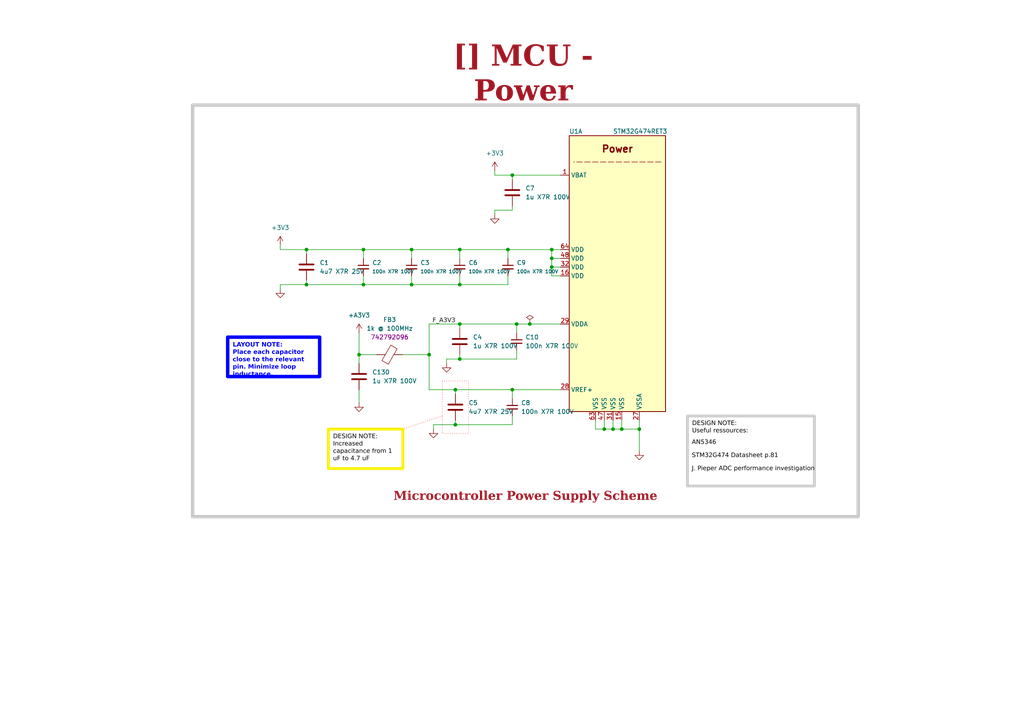
<source format=kicad_sch>
(kicad_sch (version 20230121) (generator eeschema)
  (paper "A4")
  (title_block (title "MCU - Power") (date "2023-10-14") (rev "${REVISION}") (company "${COMPANY}"))
  (lib_symbols
    (symbol "0_mcu:STM32G474RETx"
      (property "Reference" "U" (at -15.24 46.99 0))
      (property "Value" "STM32G474RETx" (at 0 46.99 0))
      (symbol "STM32G474RETx_1_1"
        (rectangle (start -13.97 33.02) (end 13.97 -46.99) (stroke (width 0.254)) (fill (type background)))
        (polyline (pts (xy 12.7 25.4) (xy -12.7 25.4)) (stroke (width 0) (type dash)))
        (text "Power" (at 0 29.21 0) (effects (font (size 2 2) bold)))
        (pin power_in line (at -16.51 21.59 0) (length 2.54) (name "VBAT") (number "1"))
        (pin power_in line (at 1.27 -49.53 90) (length 2.54) (name "VSS") (number "15"))
        (pin power_in line (at -16.51 -7.62 0) (length 2.54) (name "VDD") (number "16"))
        (pin power_in line (at 6.35 -49.53 90) (length 2.54) (name "VSSA") (number "27"))
        (pin input line (at -16.51 -40.64 0) (length 2.54) (name "VREF+") (number "28"))
        (pin power_in line (at -16.51 -21.59 0) (length 2.54) (name "VDDA") (number "29"))
        (pin power_in line (at -1.27 -49.53 90) (length 2.54) (name "VSS") (number "31"))
        (pin power_in line (at -16.51 -5.08 0) (length 2.54) (name "VDD") (number "32"))
        (pin power_in line (at -3.81 -49.53 90) (length 2.54) (name "VSS") (number "47"))
        (pin power_in line (at -16.51 -2.54 0) (length 2.54) (name "VDD") (number "48"))
        (pin power_in line (at -6.35 -49.53 90) (length 2.54) (name "VSS") (number "63"))
        (pin power_in line (at -16.51 0 0) (length 2.54) (name "VDD") (number "64"))
      )
      (symbol "STM32G474RETx_2_1"
        (rectangle (start -15.24 45.72) (end 15.24 -49.53) (fill (type background)))
        (polyline (pts (xy 13.97 38.1) (xy -13.97 38.1)) (stroke (width 0) (type dash)))
        (polyline (pts (xy -8.89 -6.35) (xy -7.62 -6.35) (xy -7.62 -46.99) (xy -8.89 -46.99)))
        (polyline (pts (xy -8.89 2.54) (xy -7.62 2.54) (xy -7.62 -2.54) (xy -8.89 -2.54)))
        (polyline (pts (xy -8.89 11.43) (xy -7.62 11.43) (xy -7.62 6.35) (xy -8.89 6.35)))
        (polyline (pts (xy -7.62 26.67) (xy -6.35 26.67) (xy -6.35 34.29) (xy -7.62 34.29)))
        (polyline (pts (xy 8.89 -6.35) (xy 7.62 -6.35) (xy 7.62 -46.99) (xy 8.89 -46.99)))
        (polyline (pts (xy 8.89 -1.27) (xy 7.62 -1.27) (xy 7.62 34.29) (xy 8.89 34.29)))
        (text "I/O" (at 0 41.91 0) (effects (font (size 2 2) bold)))
        (text "PORT A" (at 6.35 16.51 900) (effects (font (size 1.27 1.27)) (justify bottom)))
        (text "PORT B" (at 6.35 -26.67 900) (effects (font (size 1.27 1.27)) (justify bottom)))
        (text "PORT C" (at -6.35 -26.67 900) (effects (font (size 1.27 1.27)) (justify top)))
        (text "PORT D" (at -6.35 0 900) (effects (font (size 1.27 1.27)) (justify top)))
        (text "PORT F" (at -6.35 8.89 900) (effects (font (size 1.27 1.27)) (justify top)))
        (text "SWD" (at -5.08 30.48 900) (effects (font (size 1.27 1.27)) (justify top)))
        (pin bidirectional line (at -17.78 -12.7 0) (length 2.54) (name "PC2") (number "10"))
        (pin bidirectional line (at -17.78 -15.24 0) (length 2.54) (name "PC3") (number "11"))
        (pin bidirectional line (at 17.78 33.02 180) (length 2.54) (name "PA0") (number "12"))
        (pin bidirectional line (at 17.78 30.48 180) (length 2.54) (name "PA1") (number "13"))
        (pin bidirectional line (at 17.78 27.94 180) (length 2.54) (name "PA2") (number "14"))
        (pin bidirectional line (at 17.78 25.4 180) (length 2.54) (name "PA3") (number "17"))
        (pin bidirectional line (at 17.78 22.86 180) (length 2.54) (name "PA4") (number "18"))
        (pin bidirectional line (at 17.78 20.32 180) (length 2.54) (name "PA5") (number "19"))
        (pin bidirectional line (at -17.78 -40.64 0) (length 2.54) (name "PC13") (number "2"))
        (pin bidirectional line (at 17.78 17.78 180) (length 2.54) (name "PA6") (number "20"))
        (pin bidirectional line (at 17.78 15.24 180) (length 2.54) (name "PA7") (number "21"))
        (pin bidirectional line (at -17.78 -17.78 0) (length 2.54) (name "PC4") (number "22"))
        (pin bidirectional line (at -17.78 -20.32 0) (length 2.54) (name "PC5") (number "23"))
        (pin bidirectional line (at 17.78 -7.62 180) (length 2.54) (name "PB0") (number "24"))
        (pin bidirectional line (at 17.78 -10.16 180) (length 2.54) (name "PB1") (number "25"))
        (pin bidirectional line (at 17.78 -12.7 180) (length 2.54) (name "PB2") (number "26"))
        (pin bidirectional line (at -17.78 -43.18 0) (length 2.54) (name "PC14") (number "3"))
        (pin bidirectional line (at 17.78 -33.02 180) (length 2.54) (name "PB10") (number "30"))
        (pin bidirectional line (at 17.78 -35.56 180) (length 2.54) (name "PB11") (number "33"))
        (pin bidirectional line (at 17.78 -38.1 180) (length 2.54) (name "PB12") (number "34"))
        (pin bidirectional line (at 17.78 -40.64 180) (length 2.54) (name "PB13") (number "35"))
        (pin bidirectional line (at 17.78 -43.18 180) (length 2.54) (name "PB14") (number "36"))
        (pin bidirectional line (at 17.78 -45.72 180) (length 2.54) (name "PB15") (number "37"))
        (pin bidirectional line (at -17.78 -22.86 0) (length 2.54) (name "PC6") (number "38"))
        (pin bidirectional line (at -17.78 -25.4 0) (length 2.54) (name "PC7") (number "39"))
        (pin bidirectional line (at -17.78 -45.72 0) (length 2.54) (name "PC15") (number "4"))
        (pin bidirectional line (at -17.78 -27.94 0) (length 2.54) (name "PC8") (number "40"))
        (pin bidirectional line (at -17.78 -30.48 0) (length 2.54) (name "PC9") (number "41"))
        (pin bidirectional line (at 17.78 12.7 180) (length 2.54) (name "PA8") (number "42"))
        (pin bidirectional line (at 17.78 10.16 180) (length 2.54) (name "PA9") (number "43"))
        (pin bidirectional line (at 17.78 7.62 180) (length 2.54) (name "PA10") (number "44"))
        (pin bidirectional line (at 17.78 5.08 180) (length 2.54) (name "PA11") (number "45"))
        (pin bidirectional line (at 17.78 2.54 180) (length 2.54) (name "PA12") (number "46"))
        (pin bidirectional line (at -17.78 33.02 0) (length 2.54) (name "PA13") (number "49"))
        (pin bidirectional line (at -17.78 10.16 0) (length 2.54) (name "PF0") (number "5"))
        (pin bidirectional line (at -17.78 30.48 0) (length 2.54) (name "PA14") (number "50"))
        (pin bidirectional line (at 17.78 0 180) (length 2.54) (name "PA15") (number "51"))
        (pin bidirectional line (at -17.78 -33.02 0) (length 2.54) (name "PC10") (number "52"))
        (pin bidirectional line (at -17.78 -35.56 0) (length 2.54) (name "PC11") (number "53"))
        (pin bidirectional line (at -17.78 -38.1 0) (length 2.54) (name "PC12") (number "54"))
        (pin bidirectional line (at -17.78 0 0) (length 2.54) (name "PD2") (number "55"))
        (pin bidirectional line (at 17.78 -15.24 180) (length 2.54) (name "PB3") (number "56"))
        (pin bidirectional line (at 17.78 -17.78 180) (length 2.54) (name "PB4") (number "57"))
        (pin bidirectional line (at 17.78 -20.32 180) (length 2.54) (name "PB5") (number "58"))
        (pin bidirectional line (at 17.78 -22.86 180) (length 2.54) (name "PB6") (number "59"))
        (pin bidirectional line (at -17.78 7.62 0) (length 2.54) (name "PF1") (number "6"))
        (pin bidirectional line (at 17.78 -25.4 180) (length 2.54) (name "PB7") (number "60"))
        (pin bidirectional line (at 17.78 -27.94 180) (length 2.54) (name "PB8") (number "61"))
        (pin bidirectional line (at 17.78 -30.48 180) (length 2.54) (name "PB9") (number "62"))
        (pin bidirectional line (at -17.78 27.94 0) (length 2.54) (name "PG10") (number "7"))
        (pin bidirectional line (at -17.78 -7.62 0) (length 2.54) (name "PC0") (number "8"))
        (pin bidirectional line (at -17.78 -10.16 0) (length 2.54) (name "PC1") (number "9"))
      )
    )
    (symbol "0_power_symbols:+A3V3" (power) (pin_names (offset 0))
      (property "Value" "+A3V3" (at 0 3.556 0))
      (symbol "+A3V3_0_1"
        (polyline (pts (xy -0.762 1.27) (xy 0 2.54)))
        (polyline (pts (xy 0 0) (xy 0 2.54)))
        (polyline (pts (xy 0 2.54) (xy 0.762 1.27)))
      )
      (symbol "+A3V3_1_1"
        (pin power_in line (at 0 0 90) (length 0) hide (name "+A3V3") (number "1"))
      )
    )
    (symbol "Device:C" (pin_numbers hide) (pin_names (offset 0.254))
      (property "Reference" "C" (at 0.635 2.54 0))
      (property "Value" "C" (at 0.635 -2.54 0))
      (symbol "C_0_1"
        (polyline (pts (xy -2.032 -0.762) (xy 2.032 -0.762)) (stroke (width 0.508)))
        (polyline (pts (xy -2.032 0.762) (xy 2.032 0.762)) (stroke (width 0.508)))
      )
      (symbol "C_1_1"
        (pin passive line (at 0 3.81 270) (length 2.794) (name "~") (number "1"))
        (pin passive line (at 0 -3.81 90) (length 2.794) (name "~") (number "2"))
      )
    )
    (symbol "Device:C_Small" (pin_numbers hide) (pin_names (offset 0.254) hide)
      (property "Reference" "C" (at 0.254 1.778 0))
      (property "Value" "C_Small" (at 0.254 -2.032 0))
      (symbol "C_Small_0_1"
        (polyline (pts (xy -1.524 -0.508) (xy 1.524 -0.508)) (stroke (width 0.3302)))
        (polyline (pts (xy -1.524 0.508) (xy 1.524 0.508)) (stroke (width 0.3048)))
      )
      (symbol "C_Small_1_1"
        (pin passive line (at 0 2.54 270) (length 2.032) (name "~") (number "1"))
        (pin passive line (at 0 -2.54 90) (length 2.032) (name "~") (number "2"))
      )
    )
    (symbol "Device:FerriteBead" (pin_numbers hide) (pin_names (offset 0))
      (property "Reference" "FB" (at -3.81 0.635 90))
      (property "Value" "FerriteBead" (at 3.81 0 90))
      (symbol "FerriteBead_0_1"
        (polyline (pts (xy 0 -1.27) (xy 0 -1.2192)))
        (polyline (pts (xy 0 1.27) (xy 0 1.2954)))
        (polyline (pts (xy -2.7686 0.4064) (xy -1.7018 2.2606) (xy 2.7686 -0.3048) (xy 1.6764 -2.159) (xy -2.7686 0.4064)))
      )
      (symbol "FerriteBead_1_1"
        (pin passive line (at 0 3.81 270) (length 2.54) (name "~") (number "1"))
        (pin passive line (at 0 -3.81 90) (length 2.54) (name "~") (number "2"))
      )
    )
    (symbol "power:+3V3" (power) (pin_names (offset 0))
      (property "Value" "+3V3" (at 0 3.556 0))
      (symbol "+3V3_0_1"
        (polyline (pts (xy -0.762 1.27) (xy 0 2.54)))
        (polyline (pts (xy 0 0) (xy 0 2.54)))
        (polyline (pts (xy 0 2.54) (xy 0.762 1.27)))
      )
      (symbol "+3V3_1_1"
        (pin power_in line (at 0 0 90) (length 0) hide (name "+3V3") (number "1"))
      )
    )
    (symbol "power:GND" (power) (pin_names (offset 0))
      (property "Value" "GND" (at 0 -3.81 0))
      (symbol "GND_0_1"
        (polyline (pts (xy 0 0) (xy 0 -1.27) (xy 1.27 -1.27) (xy 0 -2.54) (xy -1.27 -1.27) (xy 0 -1.27)))
      )
      (symbol "GND_1_1"
        (pin power_in line (at 0 0 270) (length 0) hide (name "GND") (number "1"))
      )
    )
    (symbol "power:PWR_FLAG" (power) (pin_numbers hide) (pin_names (offset 0) hide)
      (property "Value" "PWR_FLAG" (at 0 3.81 0))
      (symbol "PWR_FLAG_0_0"
        (pin power_out line (at 0 0 90) (length 0) (name "pwr") (number "1"))
      )
      (symbol "PWR_FLAG_0_1"
        (polyline (pts (xy 0 0) (xy 0 1.27) (xy -1.016 1.905) (xy 0 2.54) (xy 1.016 1.905) (xy 0 1.27)))
      )
    )
  )
  (junction (at 175.26 124.46))
  (junction (at 160.02 74.93))
  (junction (at 133.35 104.14))
  (junction (at 105.41 72.39))
  (junction (at 132.08 113.03))
  (junction (at 148.59 50.8))
  (junction (at 104.14 102.87))
  (junction (at 160.02 72.39))
  (junction (at 133.35 72.39))
  (junction (at 133.35 93.98))
  (junction (at 132.08 123.19))
  (junction (at 148.59 113.03))
  (junction (at 119.38 82.55))
  (junction (at 177.8 124.46))
  (junction (at 105.41 82.55))
  (junction (at 147.32 72.39))
  (junction (at 88.9 82.55))
  (junction (at 88.9 72.39))
  (junction (at 119.38 72.39))
  (junction (at 149.86 93.98))
  (junction (at 124.46 102.87))
  (junction (at 153.67 93.98))
  (junction (at 180.34 124.46))
  (junction (at 133.35 82.55))
  (junction (at 185.42 124.46))
  (junction (at 160.02 77.47))
  (wire (pts (xy 119.38 82.55) (xy 133.35 82.55)))
  (wire (pts (xy 124.46 93.98) (xy 133.35 93.98)))
  (wire (pts (xy 177.8 124.46) (xy 177.8 121.92)))
  (wire (pts (xy 81.28 83.82) (xy 81.28 82.55)))
  (wire (pts (xy 104.14 102.87) (xy 104.14 105.41)))
  (wire (pts (xy 160.02 74.93) (xy 160.02 72.39)))
  (wire (pts (xy 148.59 50.8) (xy 148.59 52.07)))
  (wire (pts (xy 105.41 82.55) (xy 105.41 80.01)))
  (wire (pts (xy 185.42 124.46) (xy 185.42 121.92)))
  (wire (pts (xy 185.42 124.46) (xy 185.42 130.81)))
  (wire (pts (xy 162.56 74.93) (xy 160.02 74.93)))
  (wire (pts (xy 132.08 123.19) (xy 148.59 123.19)))
  (wire (pts (xy 143.51 49.53) (xy 143.51 50.8)))
  (wire (pts (xy 148.59 113.03) (xy 162.56 113.03)))
  (wire (pts (xy 162.56 77.47) (xy 160.02 77.47)))
  (wire (pts (xy 148.59 59.69) (xy 148.59 60.96)))
  (wire (pts (xy 149.86 93.98) (xy 153.67 93.98)))
  (wire (pts (xy 148.59 120.65) (xy 148.59 123.19)))
  (wire (pts (xy 133.35 104.14) (xy 149.86 104.14)))
  (wire (pts (xy 149.86 104.14) (xy 149.86 101.6)))
  (wire (pts (xy 147.32 80.01) (xy 147.32 82.55)))
  (wire (pts (xy 124.46 113.03) (xy 124.46 102.87)))
  (wire (pts (xy 132.08 121.92) (xy 132.08 123.19)))
  (wire (pts (xy 88.9 73.66) (xy 88.9 72.39)))
  (wire (pts (xy 143.51 60.96) (xy 143.51 62.23)))
  (wire (pts (xy 133.35 72.39) (xy 147.32 72.39)))
  (wire (pts (xy 153.67 93.98) (xy 162.56 93.98)))
  (wire (pts (xy 175.26 124.46) (xy 172.72 124.46)))
  (wire (pts (xy 172.72 121.92) (xy 172.72 124.46)))
  (wire (pts (xy 160.02 77.47) (xy 160.02 74.93)))
  (wire (pts (xy 119.38 82.55) (xy 119.38 80.01)))
  (wire (pts (xy 160.02 72.39) (xy 162.56 72.39)))
  (wire (pts (xy 119.38 72.39) (xy 119.38 74.93)))
  (wire (pts (xy 104.14 96.52) (xy 104.14 102.87)))
  (wire (pts (xy 125.73 123.19) (xy 125.73 124.46)))
  (wire (pts (xy 143.51 50.8) (xy 148.59 50.8)))
  (wire (pts (xy 177.8 124.46) (xy 175.26 124.46)))
  (wire (pts (xy 148.59 60.96) (xy 143.51 60.96)))
  (wire (pts (xy 133.35 82.55) (xy 133.35 80.01)))
  (wire (pts (xy 81.28 72.39) (xy 88.9 72.39)))
  (wire (pts (xy 133.35 93.98) (xy 133.35 95.25)))
  (wire (pts (xy 81.28 82.55) (xy 88.9 82.55)))
  (wire (pts (xy 180.34 124.46) (xy 185.42 124.46)))
  (wire (pts (xy 132.08 114.3) (xy 132.08 113.03)))
  (wire (pts (xy 133.35 102.87) (xy 133.35 104.14)))
  (wire (pts (xy 148.59 50.8) (xy 162.56 50.8)))
  (wire (pts (xy 175.26 124.46) (xy 175.26 121.92)))
  (wire (pts (xy 129.54 105.41) (xy 129.54 104.14)))
  (wire (pts (xy 88.9 81.28) (xy 88.9 82.55)))
  (wire (pts (xy 104.14 116.84) (xy 104.14 113.03)))
  (wire (pts (xy 162.56 80.01) (xy 160.02 80.01)))
  (wire (pts (xy 148.59 115.57) (xy 148.59 113.03)))
  (wire (pts (xy 81.28 71.12) (xy 81.28 72.39)))
  (wire (pts (xy 124.46 102.87) (xy 124.46 93.98)))
  (wire (pts (xy 104.14 102.87) (xy 109.22 102.87)))
  (wire (pts (xy 133.35 72.39) (xy 133.35 74.93)))
  (wire (pts (xy 88.9 82.55) (xy 105.41 82.55)))
  (wire (pts (xy 147.32 82.55) (xy 133.35 82.55)))
  (wire (pts (xy 180.34 124.46) (xy 177.8 124.46)))
  (wire (pts (xy 125.73 123.19) (xy 132.08 123.19)))
  (wire (pts (xy 129.54 104.14) (xy 133.35 104.14)))
  (wire (pts (xy 147.32 74.93) (xy 147.32 72.39)))
  (wire (pts (xy 132.08 113.03) (xy 148.59 113.03)))
  (wire (pts (xy 105.41 72.39) (xy 119.38 72.39)))
  (wire (pts (xy 124.46 113.03) (xy 132.08 113.03)))
  (polyline (pts (xy 128.27 120.65) (xy 116.84 124.46)) (stroke (width 0) (type dot) (color 255 0 0 1)))
  (wire (pts (xy 149.86 93.98) (xy 149.86 96.52)))
  (wire (pts (xy 160.02 80.01) (xy 160.02 77.47)))
  (wire (pts (xy 147.32 72.39) (xy 160.02 72.39)))
  (wire (pts (xy 105.41 72.39) (xy 105.41 74.93)))
  (wire (pts (xy 119.38 72.39) (xy 133.35 72.39)))
  (wire (pts (xy 180.34 124.46) (xy 180.34 121.92)))
  (wire (pts (xy 88.9 72.39) (xy 105.41 72.39)))
  (wire (pts (xy 105.41 82.55) (xy 119.38 82.55)))
  (wire (pts (xy 116.84 102.87) (xy 124.46 102.87)))
  (wire (pts (xy 133.35 93.98) (xy 149.86 93.98)))
  (rectangle (start 128.27 110.49) (end 135.89 125.73) (stroke (width 0) (type dot) (color 255 0 0 1)))
  (rectangle (start 55.88 30.48) (end 248.92 149.86) (stroke (width 1) (color 200 200 200 1)))
  (text_box "LAYOUT NOTE:\nPlace each capacitor close to the relevant pin. Minimize loop inductance." (at 66.04 97.79 0) (size 26.67 11.43) (stroke (width 1) (color 0 0 255 1)) (effects (font (size 1.27 1.27) (thickness 0.4) bold) (justify left top)))
  (text_box "DESIGN NOTE:\nUseful ressources:" (at 199.39 120.65 0) (size 36.83 20.32) (stroke (width 0.8) (color 200 200 200 1)) (effects (font (size 1.27 1.27)) (justify left top)))
  (text_box "[${#}] ${TITLE}" (at 115.57 15.24 0) (size 72.39 12.7) (stroke (width -0.0001)) (effects (font (size 6 6) (thickness 1.2) bold)))
  (text_box "Microcontroller Power Supply Scheme" (at 57.15 139.7 0) (size 190.5 7.62) (stroke (width -0.0001)) (effects (font (size 2.54 2.54) (thickness 0.508) bold) (justify bottom)))
  (text_box "DESIGN NOTE:\nIncreased capacitance from 1 uF to 4.7 uF" (at 95.25 124.46 0) (size 21.59 11.43) (stroke (width 0.8) (color 250 236 0 1)) (effects (font (size 1.27 1.27)) (justify left top)))
  (text "J. Pieper ADC performance investigation" (at 200.66 137.16 0) (effects (font (size 1.27 1.27)) (justify left bottom)))
  (text "STM32G474 Datasheet p.81" (at 200.66 133.35 0) (effects (font (size 1.27 1.27)) (justify left bottom)))
  (text "AN5346" (at 200.66 129.54 0) (effects (font (size 1.27 1.27)) (justify left bottom)))
  (label "F_A3V3" (at 132.08 93.98 180))
  (symbol (lib_id "Device:C_Small") (at 105.41 77.47 0) (unit 1)
    (property "Reference" "C2" (at 107.95 76.2063 0) (effects (justify left)))
    (property "Value" "100n X7R 100V" (at 107.95 78.7463 0) (effects (font (size 1 1)) (justify left)))
    (property "Footprint" "0_capacitor_smd:C_0402_1005_DensityHigh" (effects hide))
  )
  (symbol (lib_id "Device:C_Small") (at 149.86 99.06 0) (unit 1)
    (property "Reference" "C10" (at 152.4 97.7963 0) (effects (justify left)))
    (property "Value" "100n X7R 100V" (at 152.4 100.3363 0) (effects (justify left)))
    (property "Footprint" "0_capacitor_smd:C_0402_1005_DensityHigh" (effects hide))
  )
  (symbol (lib_id "Device:C_Small") (at 133.35 77.47 0) (unit 1)
    (property "Reference" "C6" (at 135.89 76.2063 0) (effects (justify left)))
    (property "Value" "100n X7R 100V" (at 135.89 78.7463 0) (effects (font (size 1 1)) (justify left)))
    (property "Footprint" "0_capacitor_smd:C_0402_1005_DensityHigh" (effects hide))
  )
  (symbol (lib_id "0_mcu:STM32G474RETx") (at 179.07 72.39 0) (unit 1)
    (property "Reference" "U1" (at 165.1 38.1 0) (effects (justify left)))
    (property "Value" "STM32G474RET3" (at 177.8 38.1 0) (effects (justify left)))
    (property "Footprint" "0_package_QFP:LQFP-64_10x10mm_P0.5mm" (effects hide))
    (property "Datasheet" "https://www.st.com/resource/en/datasheet/stm32g474re.pdf" (effects hide))
  )
  (symbol (lib_id "Device:C") (at 132.08 118.11 0) (unit 1)
    (property "Reference" "C5" (at 135.89 116.84 0) (effects (justify left)))
    (property "Value" "4u7 X7R 25V" (at 135.89 119.38 0) (effects (justify left)))
    (property "Footprint" "0_capacitor_smd:C_0402_1005_DensityHigh" (effects hide))
  )
  (symbol (lib_id "Device:FerriteBead") (at 113.03 102.87 90) (unit 1)
    (property "Reference" "FB3" (at 113.03 92.71 90))
    (property "Value" "1k @ 100MHz" (at 113.03 95.25 90))
    (property "Footprint" "0_resistor_smd:R_0805_2012_DensityHigh" (effects hide))
    (property "Manufacturer Part Number" "742792096" (at 113.03 97.79 90))
    (instances (project "bldc_controller" (path "" (reference "FB3") (unit 1)) (path "" (reference "FB4") (unit 1))))
  )
  (symbol (lib_id "0_power_symbols:+A3V3") (at 104.14 96.52 0) (unit 1)
    (property "Reference" "#PWR09" (effects hide))
    (property "Value" "+A3V3" (at 104.14 91.44 0))
  )
  (symbol (lib_id "Device:C") (at 133.35 99.06 0) (unit 1)
    (property "Reference" "C4" (at 137.16 97.79 0) (effects (justify left)))
    (property "Value" "1u X7R 100V" (at 137.16 100.33 0) (effects (justify left)))
    (property "Footprint" "0_capacitor_smd:C_0402_1005_DensityHigh" (effects hide))
  )
  (symbol (lib_id "power:+3V3") (at 81.28 71.12 0) (unit 1)
    (property "Reference" "#PWR07" (effects hide))
    (property "Value" "+3V3" (at 81.28 66.04 0))
  )
  (symbol (lib_id "power:GND") (at 125.73 124.46 0) (unit 1)
    (property "Reference" "#PWR012" (effects hide))
    (property "Value" "GND" (effects hide))
  )
  (symbol (lib_id "Device:C") (at 104.14 109.22 0) (unit 1)
    (property "Reference" "C130" (at 107.95 107.95 0) (effects (justify left)))
    (property "Value" "1u X7R 100V" (at 107.95 110.49 0) (effects (justify left)))
    (property "Footprint" "0_capacitor_smd:C_0402_1005_DensityHigh" (effects hide))
  )
  (symbol (lib_id "Device:C") (at 148.59 55.88 0) (unit 1)
    (property "Reference" "C7" (at 152.4 54.61 0) (effects (justify left)))
    (property "Value" "1u X7R 100V" (at 152.4 57.15 0) (effects (justify left)))
    (property "Footprint" "0_capacitor_smd:C_0402_1005_DensityHigh" (effects hide))
  )
  (symbol (lib_id "power:GND") (at 81.28 83.82 0) (unit 1)
    (property "Reference" "#PWR08" (effects hide))
    (property "Value" "GND" (effects hide))
  )
  (symbol (lib_id "power:+3V3") (at 143.51 49.53 0) (unit 1)
    (property "Reference" "#PWR013" (effects hide))
    (property "Value" "+3V3" (at 143.51 44.45 0))
  )
  (symbol (lib_id "Device:C_Small") (at 147.32 77.47 0) (unit 1)
    (property "Reference" "C9" (at 149.86 76.2063 0) (effects (justify left)))
    (property "Value" "100n X7R 100V" (at 149.86 78.7463 0) (effects (font (size 1 1)) (justify left)))
    (property "Footprint" "0_capacitor_smd:C_0402_1005_DensityHigh" (effects hide))
  )
  (symbol (lib_id "Device:C_Small") (at 148.59 118.11 0) (unit 1)
    (property "Reference" "C8" (at 151.13 116.8463 0) (effects (justify left)))
    (property "Value" "100n X7R 100V" (at 151.13 119.3863 0) (effects (justify left)))
    (property "Footprint" "0_capacitor_smd:C_0402_1005_DensityHigh" (effects hide))
  )
  (symbol (lib_id "power:GND") (at 185.42 130.81 0) (unit 1)
    (property "Reference" "#PWR015" (effects hide))
    (property "Value" "GND" (effects hide))
  )
  (symbol (lib_id "power:PWR_FLAG") (at 153.67 93.98 0) (unit 1)
    (property "Reference" "#FLG01" (effects hide))
    (property "Value" "PWR_FLAG" (effects hide))
    (instances (project "bldc_controller" (path "" (reference "#FLG01") (unit 1)) (path "" (reference "#FLG07") (unit 1)) (path "" (reference "#FLG09") (unit 1)) (path "" (reference "#FLG010") (unit 1))))
  )
  (symbol (lib_id "power:GND") (at 143.51 62.23 0) (unit 1)
    (property "Reference" "#PWR014" (effects hide))
    (property "Value" "GND" (effects hide))
  )
  (symbol (lib_id "Device:C_Small") (at 119.38 77.47 0) (unit 1)
    (property "Reference" "C3" (at 121.92 76.2063 0) (effects (justify left)))
    (property "Value" "100n X7R 100V" (at 121.92 78.7463 0) (effects (font (size 1 1)) (justify left)))
    (property "Footprint" "0_capacitor_smd:C_0402_1005_DensityHigh" (effects hide))
  )
  (symbol (lib_id "Device:C") (at 88.9 77.47 0) (unit 1)
    (property "Reference" "C1" (at 92.71 76.2 0) (effects (justify left)))
    (property "Value" "4u7 X7R 25V" (at 92.71 78.74 0) (effects (justify left)))
    (property "Footprint" "0_capacitor_smd:C_0603_1608_DensityHigh" (effects hide))
  )
  (symbol (lib_id "power:GND") (at 129.54 105.41 0) (unit 1)
    (property "Reference" "#PWR010" (effects hide))
    (property "Value" "GND" (effects hide))
  )
  (symbol (lib_id "power:GND") (at 104.14 116.84 0) (unit 1)
    (property "Reference" "#PWR011" (effects hide))
    (property "Value" "GND" (effects hide))
  )
)
</source>
